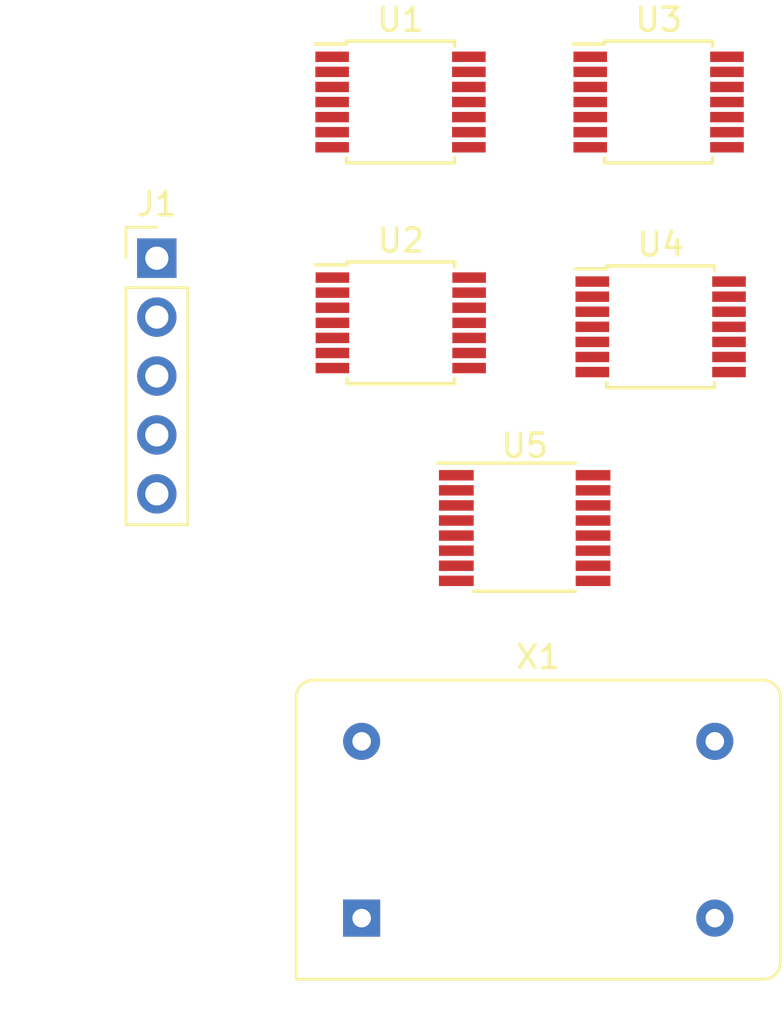
<source format=kicad_pcb>
(kicad_pcb (version 20171130) (host pcbnew "(5.1.4)-1")

  (general
    (thickness 1.6)
    (drawings 0)
    (tracks 0)
    (zones 0)
    (modules 7)
    (nets 27)
  )

  (page A4)
  (layers
    (0 F.Cu signal)
    (31 B.Cu signal)
    (32 B.Adhes user)
    (33 F.Adhes user)
    (34 B.Paste user)
    (35 F.Paste user)
    (36 B.SilkS user)
    (37 F.SilkS user)
    (38 B.Mask user)
    (39 F.Mask user)
    (40 Dwgs.User user)
    (41 Cmts.User user)
    (42 Eco1.User user)
    (43 Eco2.User user)
    (44 Edge.Cuts user)
    (45 Margin user)
    (46 B.CrtYd user)
    (47 F.CrtYd user)
    (48 B.Fab user)
    (49 F.Fab user)
  )

  (setup
    (last_trace_width 0.25)
    (trace_clearance 0.2)
    (zone_clearance 0.508)
    (zone_45_only no)
    (trace_min 0.2)
    (via_size 0.8)
    (via_drill 0.4)
    (via_min_size 0.4)
    (via_min_drill 0.3)
    (uvia_size 0.3)
    (uvia_drill 0.1)
    (uvias_allowed no)
    (uvia_min_size 0.2)
    (uvia_min_drill 0.1)
    (edge_width 0.05)
    (segment_width 0.2)
    (pcb_text_width 0.3)
    (pcb_text_size 1.5 1.5)
    (mod_edge_width 0.12)
    (mod_text_size 1 1)
    (mod_text_width 0.15)
    (pad_size 1.524 1.524)
    (pad_drill 0.762)
    (pad_to_mask_clearance 0.051)
    (solder_mask_min_width 0.25)
    (aux_axis_origin 0 0)
    (visible_elements 7FFFFFFF)
    (pcbplotparams
      (layerselection 0x010fc_ffffffff)
      (usegerberextensions false)
      (usegerberattributes false)
      (usegerberadvancedattributes false)
      (creategerberjobfile false)
      (excludeedgelayer true)
      (linewidth 0.100000)
      (plotframeref false)
      (viasonmask false)
      (mode 1)
      (useauxorigin false)
      (hpglpennumber 1)
      (hpglpenspeed 20)
      (hpglpendiameter 15.000000)
      (psnegative false)
      (psa4output false)
      (plotreference true)
      (plotvalue true)
      (plotinvisibletext false)
      (padsonsilk false)
      (subtractmaskfromsilk false)
      (outputformat 1)
      (mirror false)
      (drillshape 1)
      (scaleselection 1)
      (outputdirectory ""))
  )

  (net 0 "")
  (net 1 "Net-(U1-Pad2)")
  (net 2 "Net-(U1-Pad5)")
  (net 3 "Net-(U1-Pad6)")
  (net 4 "Net-(U1-Pad8)")
  (net 5 "Net-(U1-Pad9)")
  (net 6 "Net-(U2-Pad2)")
  (net 7 "Net-(U2-Pad3)")
  (net 8 "Net-(U2-Pad5)")
  (net 9 "Net-(U2-Pad10)")
  (net 10 "Net-(U2-Pad11)")
  (net 11 "Net-(U3-Pad8)")
  (net 12 "Net-(U3-Pad6)")
  (net 13 "Net-(U4-Pad11)")
  (net 14 "Net-(U4-Pad1)")
  (net 15 "Net-(U5-Pad11)")
  (net 16 "Net-(U5-Pad13)")
  (net 17 "Net-(U5-Pad14)")
  (net 18 "Net-(U5-Pad15)")
  (net 19 5V)
  (net 20 /CLOCK_48)
  (net 21 GND)
  (net 22 16Mhz)
  (net 23 6Mhz)
  (net 24 /!CLOCK_48)
  (net 25 !HSYNC)
  (net 26 "Net-(X1-Pad1)")

  (net_class Default "This is the default net class."
    (clearance 0.2)
    (trace_width 0.25)
    (via_dia 0.8)
    (via_drill 0.4)
    (uvia_dia 0.3)
    (uvia_drill 0.1)
    (add_net !HSYNC)
    (add_net /!CLOCK_48)
    (add_net /CLOCK_48)
    (add_net 16Mhz)
    (add_net 5V)
    (add_net 6Mhz)
    (add_net GND)
    (add_net "Net-(U1-Pad2)")
    (add_net "Net-(U1-Pad5)")
    (add_net "Net-(U1-Pad6)")
    (add_net "Net-(U1-Pad8)")
    (add_net "Net-(U1-Pad9)")
    (add_net "Net-(U2-Pad10)")
    (add_net "Net-(U2-Pad11)")
    (add_net "Net-(U2-Pad2)")
    (add_net "Net-(U2-Pad3)")
    (add_net "Net-(U2-Pad5)")
    (add_net "Net-(U3-Pad6)")
    (add_net "Net-(U3-Pad8)")
    (add_net "Net-(U4-Pad1)")
    (add_net "Net-(U4-Pad11)")
    (add_net "Net-(U5-Pad11)")
    (add_net "Net-(U5-Pad13)")
    (add_net "Net-(U5-Pad14)")
    (add_net "Net-(U5-Pad15)")
    (add_net "Net-(X1-Pad1)")
  )

  (module Package_SO:TSSOP-14_4.4x5mm_P0.65mm (layer F.Cu) (tedit 5A02F25C) (tstamp 627FF613)
    (at 65.4304 49.149)
    (descr "14-Lead Plastic Thin Shrink Small Outline (ST)-4.4 mm Body [TSSOP] (see Microchip Packaging Specification 00000049BS.pdf)")
    (tags "SSOP 0.65")
    (path /627FB23A)
    (attr smd)
    (fp_text reference U1 (at 0 -3.55) (layer F.SilkS)
      (effects (font (size 1 1) (thickness 0.15)))
    )
    (fp_text value 74HC74 (at 0 3.55) (layer F.Fab)
      (effects (font (size 1 1) (thickness 0.15)))
    )
    (fp_line (start -1.2 -2.5) (end 2.2 -2.5) (layer F.Fab) (width 0.15))
    (fp_line (start 2.2 -2.5) (end 2.2 2.5) (layer F.Fab) (width 0.15))
    (fp_line (start 2.2 2.5) (end -2.2 2.5) (layer F.Fab) (width 0.15))
    (fp_line (start -2.2 2.5) (end -2.2 -1.5) (layer F.Fab) (width 0.15))
    (fp_line (start -2.2 -1.5) (end -1.2 -2.5) (layer F.Fab) (width 0.15))
    (fp_line (start -3.95 -2.8) (end -3.95 2.8) (layer F.CrtYd) (width 0.05))
    (fp_line (start 3.95 -2.8) (end 3.95 2.8) (layer F.CrtYd) (width 0.05))
    (fp_line (start -3.95 -2.8) (end 3.95 -2.8) (layer F.CrtYd) (width 0.05))
    (fp_line (start -3.95 2.8) (end 3.95 2.8) (layer F.CrtYd) (width 0.05))
    (fp_line (start -2.325 -2.625) (end -2.325 -2.5) (layer F.SilkS) (width 0.15))
    (fp_line (start 2.325 -2.625) (end 2.325 -2.4) (layer F.SilkS) (width 0.15))
    (fp_line (start 2.325 2.625) (end 2.325 2.4) (layer F.SilkS) (width 0.15))
    (fp_line (start -2.325 2.625) (end -2.325 2.4) (layer F.SilkS) (width 0.15))
    (fp_line (start -2.325 -2.625) (end 2.325 -2.625) (layer F.SilkS) (width 0.15))
    (fp_line (start -2.325 2.625) (end 2.325 2.625) (layer F.SilkS) (width 0.15))
    (fp_line (start -2.325 -2.5) (end -3.675 -2.5) (layer F.SilkS) (width 0.15))
    (fp_text user %R (at 0 0) (layer F.Fab)
      (effects (font (size 0.8 0.8) (thickness 0.15)))
    )
    (pad 1 smd rect (at -2.95 -1.95) (size 1.45 0.45) (layers F.Cu F.Paste F.Mask)
      (net 19 5V))
    (pad 2 smd rect (at -2.95 -1.3) (size 1.45 0.45) (layers F.Cu F.Paste F.Mask)
      (net 1 "Net-(U1-Pad2)"))
    (pad 3 smd rect (at -2.95 -0.65) (size 1.45 0.45) (layers F.Cu F.Paste F.Mask)
      (net 20 /CLOCK_48))
    (pad 4 smd rect (at -2.95 0) (size 1.45 0.45) (layers F.Cu F.Paste F.Mask)
      (net 19 5V))
    (pad 5 smd rect (at -2.95 0.65) (size 1.45 0.45) (layers F.Cu F.Paste F.Mask)
      (net 2 "Net-(U1-Pad5)"))
    (pad 6 smd rect (at -2.95 1.3) (size 1.45 0.45) (layers F.Cu F.Paste F.Mask)
      (net 3 "Net-(U1-Pad6)"))
    (pad 7 smd rect (at -2.95 1.95) (size 1.45 0.45) (layers F.Cu F.Paste F.Mask)
      (net 21 GND))
    (pad 8 smd rect (at 2.95 1.95) (size 1.45 0.45) (layers F.Cu F.Paste F.Mask)
      (net 4 "Net-(U1-Pad8)"))
    (pad 9 smd rect (at 2.95 1.3) (size 1.45 0.45) (layers F.Cu F.Paste F.Mask)
      (net 5 "Net-(U1-Pad9)"))
    (pad 10 smd rect (at 2.95 0.65) (size 1.45 0.45) (layers F.Cu F.Paste F.Mask)
      (net 19 5V))
    (pad 11 smd rect (at 2.95 0) (size 1.45 0.45) (layers F.Cu F.Paste F.Mask)
      (net 19 5V))
    (pad 12 smd rect (at 2.95 -0.65) (size 1.45 0.45) (layers F.Cu F.Paste F.Mask)
      (net 19 5V))
    (pad 13 smd rect (at 2.95 -1.3) (size 1.45 0.45) (layers F.Cu F.Paste F.Mask)
      (net 19 5V))
    (pad 14 smd rect (at 2.95 -1.95) (size 1.45 0.45) (layers F.Cu F.Paste F.Mask)
      (net 19 5V))
    (model ${KISYS3DMOD}/Package_SO.3dshapes/TSSOP-14_4.4x5mm_P0.65mm.wrl
      (at (xyz 0 0 0))
      (scale (xyz 1 1 1))
      (rotate (xyz 0 0 0))
    )
  )

  (module Package_SO:TSSOP-14_4.4x5mm_P0.65mm (layer F.Cu) (tedit 5A02F25C) (tstamp 627FF659)
    (at 76.5683 49.149)
    (descr "14-Lead Plastic Thin Shrink Small Outline (ST)-4.4 mm Body [TSSOP] (see Microchip Packaging Specification 00000049BS.pdf)")
    (tags "SSOP 0.65")
    (path /627FD31C)
    (attr smd)
    (fp_text reference U3 (at 0 -3.55) (layer F.SilkS)
      (effects (font (size 1 1) (thickness 0.15)))
    )
    (fp_text value 74HC74 (at 0 3.55) (layer F.Fab)
      (effects (font (size 1 1) (thickness 0.15)))
    )
    (fp_text user %R (at 0 0) (layer F.Fab)
      (effects (font (size 0.8 0.8) (thickness 0.15)))
    )
    (fp_line (start -2.325 -2.5) (end -3.675 -2.5) (layer F.SilkS) (width 0.15))
    (fp_line (start -2.325 2.625) (end 2.325 2.625) (layer F.SilkS) (width 0.15))
    (fp_line (start -2.325 -2.625) (end 2.325 -2.625) (layer F.SilkS) (width 0.15))
    (fp_line (start -2.325 2.625) (end -2.325 2.4) (layer F.SilkS) (width 0.15))
    (fp_line (start 2.325 2.625) (end 2.325 2.4) (layer F.SilkS) (width 0.15))
    (fp_line (start 2.325 -2.625) (end 2.325 -2.4) (layer F.SilkS) (width 0.15))
    (fp_line (start -2.325 -2.625) (end -2.325 -2.5) (layer F.SilkS) (width 0.15))
    (fp_line (start -3.95 2.8) (end 3.95 2.8) (layer F.CrtYd) (width 0.05))
    (fp_line (start -3.95 -2.8) (end 3.95 -2.8) (layer F.CrtYd) (width 0.05))
    (fp_line (start 3.95 -2.8) (end 3.95 2.8) (layer F.CrtYd) (width 0.05))
    (fp_line (start -3.95 -2.8) (end -3.95 2.8) (layer F.CrtYd) (width 0.05))
    (fp_line (start -2.2 -1.5) (end -1.2 -2.5) (layer F.Fab) (width 0.15))
    (fp_line (start -2.2 2.5) (end -2.2 -1.5) (layer F.Fab) (width 0.15))
    (fp_line (start 2.2 2.5) (end -2.2 2.5) (layer F.Fab) (width 0.15))
    (fp_line (start 2.2 -2.5) (end 2.2 2.5) (layer F.Fab) (width 0.15))
    (fp_line (start -1.2 -2.5) (end 2.2 -2.5) (layer F.Fab) (width 0.15))
    (pad 14 smd rect (at 2.95 -1.95) (size 1.45 0.45) (layers F.Cu F.Paste F.Mask)
      (net 19 5V))
    (pad 13 smd rect (at 2.95 -1.3) (size 1.45 0.45) (layers F.Cu F.Paste F.Mask)
      (net 19 5V))
    (pad 12 smd rect (at 2.95 -0.65) (size 1.45 0.45) (layers F.Cu F.Paste F.Mask)
      (net 6 "Net-(U2-Pad2)"))
    (pad 11 smd rect (at 2.95 0) (size 1.45 0.45) (layers F.Cu F.Paste F.Mask)
      (net 24 /!CLOCK_48))
    (pad 10 smd rect (at 2.95 0.65) (size 1.45 0.45) (layers F.Cu F.Paste F.Mask)
      (net 19 5V))
    (pad 9 smd rect (at 2.95 1.3) (size 1.45 0.45) (layers F.Cu F.Paste F.Mask)
      (net 8 "Net-(U2-Pad5)"))
    (pad 8 smd rect (at 2.95 1.95) (size 1.45 0.45) (layers F.Cu F.Paste F.Mask)
      (net 11 "Net-(U3-Pad8)"))
    (pad 7 smd rect (at -2.95 1.95) (size 1.45 0.45) (layers F.Cu F.Paste F.Mask)
      (net 21 GND))
    (pad 6 smd rect (at -2.95 1.3) (size 1.45 0.45) (layers F.Cu F.Paste F.Mask)
      (net 12 "Net-(U3-Pad6)"))
    (pad 5 smd rect (at -2.95 0.65) (size 1.45 0.45) (layers F.Cu F.Paste F.Mask)
      (net 6 "Net-(U2-Pad2)"))
    (pad 4 smd rect (at -2.95 0) (size 1.45 0.45) (layers F.Cu F.Paste F.Mask)
      (net 19 5V))
    (pad 3 smd rect (at -2.95 -0.65) (size 1.45 0.45) (layers F.Cu F.Paste F.Mask)
      (net 20 /CLOCK_48))
    (pad 2 smd rect (at -2.95 -1.3) (size 1.45 0.45) (layers F.Cu F.Paste F.Mask)
      (net 2 "Net-(U1-Pad5)"))
    (pad 1 smd rect (at -2.95 -1.95) (size 1.45 0.45) (layers F.Cu F.Paste F.Mask)
      (net 19 5V))
    (model ${KISYS3DMOD}/Package_SO.3dshapes/TSSOP-14_4.4x5mm_P0.65mm.wrl
      (at (xyz 0 0 0))
      (scale (xyz 1 1 1))
      (rotate (xyz 0 0 0))
    )
  )

  (module Package_SO:TSSOP-14_4.4x5mm_P0.65mm (layer F.Cu) (tedit 5A02F25C) (tstamp 627FF67C)
    (at 76.6572 58.8391)
    (descr "14-Lead Plastic Thin Shrink Small Outline (ST)-4.4 mm Body [TSSOP] (see Microchip Packaging Specification 00000049BS.pdf)")
    (tags "SSOP 0.65")
    (path /62807F8F)
    (attr smd)
    (fp_text reference U4 (at 0 -3.55) (layer F.SilkS)
      (effects (font (size 1 1) (thickness 0.15)))
    )
    (fp_text value 74HC86 (at 0 3.55) (layer F.Fab)
      (effects (font (size 1 1) (thickness 0.15)))
    )
    (fp_text user %R (at 0 0) (layer F.Fab)
      (effects (font (size 0.8 0.8) (thickness 0.15)))
    )
    (fp_line (start -2.325 -2.5) (end -3.675 -2.5) (layer F.SilkS) (width 0.15))
    (fp_line (start -2.325 2.625) (end 2.325 2.625) (layer F.SilkS) (width 0.15))
    (fp_line (start -2.325 -2.625) (end 2.325 -2.625) (layer F.SilkS) (width 0.15))
    (fp_line (start -2.325 2.625) (end -2.325 2.4) (layer F.SilkS) (width 0.15))
    (fp_line (start 2.325 2.625) (end 2.325 2.4) (layer F.SilkS) (width 0.15))
    (fp_line (start 2.325 -2.625) (end 2.325 -2.4) (layer F.SilkS) (width 0.15))
    (fp_line (start -2.325 -2.625) (end -2.325 -2.5) (layer F.SilkS) (width 0.15))
    (fp_line (start -3.95 2.8) (end 3.95 2.8) (layer F.CrtYd) (width 0.05))
    (fp_line (start -3.95 -2.8) (end 3.95 -2.8) (layer F.CrtYd) (width 0.05))
    (fp_line (start 3.95 -2.8) (end 3.95 2.8) (layer F.CrtYd) (width 0.05))
    (fp_line (start -3.95 -2.8) (end -3.95 2.8) (layer F.CrtYd) (width 0.05))
    (fp_line (start -2.2 -1.5) (end -1.2 -2.5) (layer F.Fab) (width 0.15))
    (fp_line (start -2.2 2.5) (end -2.2 -1.5) (layer F.Fab) (width 0.15))
    (fp_line (start 2.2 2.5) (end -2.2 2.5) (layer F.Fab) (width 0.15))
    (fp_line (start 2.2 -2.5) (end 2.2 2.5) (layer F.Fab) (width 0.15))
    (fp_line (start -1.2 -2.5) (end 2.2 -2.5) (layer F.Fab) (width 0.15))
    (pad 14 smd rect (at 2.95 -1.95) (size 1.45 0.45) (layers F.Cu F.Paste F.Mask)
      (net 19 5V))
    (pad 13 smd rect (at 2.95 -1.3) (size 1.45 0.45) (layers F.Cu F.Paste F.Mask)
      (net 19 5V))
    (pad 12 smd rect (at 2.95 -0.65) (size 1.45 0.45) (layers F.Cu F.Paste F.Mask)
      (net 19 5V))
    (pad 11 smd rect (at 2.95 0) (size 1.45 0.45) (layers F.Cu F.Paste F.Mask)
      (net 13 "Net-(U4-Pad11)"))
    (pad 10 smd rect (at 2.95 0.65) (size 1.45 0.45) (layers F.Cu F.Paste F.Mask)
      (net 19 5V))
    (pad 9 smd rect (at 2.95 1.3) (size 1.45 0.45) (layers F.Cu F.Paste F.Mask)
      (net 7 "Net-(U2-Pad3)"))
    (pad 8 smd rect (at 2.95 1.95) (size 1.45 0.45) (layers F.Cu F.Paste F.Mask)
      (net 1 "Net-(U1-Pad2)"))
    (pad 7 smd rect (at -2.95 1.95) (size 1.45 0.45) (layers F.Cu F.Paste F.Mask)
      (net 21 GND))
    (pad 6 smd rect (at -2.95 1.3) (size 1.45 0.45) (layers F.Cu F.Paste F.Mask)
      (net 24 /!CLOCK_48))
    (pad 5 smd rect (at -2.95 0.65) (size 1.45 0.45) (layers F.Cu F.Paste F.Mask)
      (net 19 5V))
    (pad 4 smd rect (at -2.95 0) (size 1.45 0.45) (layers F.Cu F.Paste F.Mask)
      (net 14 "Net-(U4-Pad1)"))
    (pad 3 smd rect (at -2.95 -0.65) (size 1.45 0.45) (layers F.Cu F.Paste F.Mask)
      (net 20 /CLOCK_48))
    (pad 2 smd rect (at -2.95 -1.3) (size 1.45 0.45) (layers F.Cu F.Paste F.Mask)
      (net 21 GND))
    (pad 1 smd rect (at -2.95 -1.95) (size 1.45 0.45) (layers F.Cu F.Paste F.Mask)
      (net 14 "Net-(U4-Pad1)"))
    (model ${KISYS3DMOD}/Package_SO.3dshapes/TSSOP-14_4.4x5mm_P0.65mm.wrl
      (at (xyz 0 0 0))
      (scale (xyz 1 1 1))
      (rotate (xyz 0 0 0))
    )
  )

  (module Package_SO:TSSOP-16_4.4x5mm_P0.65mm (layer F.Cu) (tedit 5A02F25C) (tstamp 627FF69C)
    (at 70.7898 67.5132)
    (descr "16-Lead Plastic Thin Shrink Small Outline (ST)-4.4 mm Body [TSSOP] (see Microchip Packaging Specification 00000049BS.pdf)")
    (tags "SSOP 0.65")
    (path /628120EC)
    (attr smd)
    (fp_text reference U5 (at 0 -3.55) (layer F.SilkS)
      (effects (font (size 1 1) (thickness 0.15)))
    )
    (fp_text value 74HC163 (at 0 3.55) (layer F.Fab)
      (effects (font (size 1 1) (thickness 0.15)))
    )
    (fp_line (start -1.2 -2.5) (end 2.2 -2.5) (layer F.Fab) (width 0.15))
    (fp_line (start 2.2 -2.5) (end 2.2 2.5) (layer F.Fab) (width 0.15))
    (fp_line (start 2.2 2.5) (end -2.2 2.5) (layer F.Fab) (width 0.15))
    (fp_line (start -2.2 2.5) (end -2.2 -1.5) (layer F.Fab) (width 0.15))
    (fp_line (start -2.2 -1.5) (end -1.2 -2.5) (layer F.Fab) (width 0.15))
    (fp_line (start -3.95 -2.9) (end -3.95 2.8) (layer F.CrtYd) (width 0.05))
    (fp_line (start 3.95 -2.9) (end 3.95 2.8) (layer F.CrtYd) (width 0.05))
    (fp_line (start -3.95 -2.9) (end 3.95 -2.9) (layer F.CrtYd) (width 0.05))
    (fp_line (start -3.95 2.8) (end 3.95 2.8) (layer F.CrtYd) (width 0.05))
    (fp_line (start -2.2 2.725) (end 2.2 2.725) (layer F.SilkS) (width 0.15))
    (fp_line (start -3.775 -2.8) (end 2.2 -2.8) (layer F.SilkS) (width 0.15))
    (fp_text user %R (at 0 0) (layer F.Fab)
      (effects (font (size 0.8 0.8) (thickness 0.15)))
    )
    (pad 1 smd rect (at -2.95 -2.275) (size 1.5 0.45) (layers F.Cu F.Paste F.Mask)
      (net 25 !HSYNC))
    (pad 2 smd rect (at -2.95 -1.625) (size 1.5 0.45) (layers F.Cu F.Paste F.Mask)
      (net 20 /CLOCK_48))
    (pad 3 smd rect (at -2.95 -0.975) (size 1.5 0.45) (layers F.Cu F.Paste F.Mask)
      (net 19 5V))
    (pad 4 smd rect (at -2.95 -0.325) (size 1.5 0.45) (layers F.Cu F.Paste F.Mask)
      (net 19 5V))
    (pad 5 smd rect (at -2.95 0.325) (size 1.5 0.45) (layers F.Cu F.Paste F.Mask)
      (net 19 5V))
    (pad 6 smd rect (at -2.95 0.975) (size 1.5 0.45) (layers F.Cu F.Paste F.Mask)
      (net 19 5V))
    (pad 7 smd rect (at -2.95 1.625) (size 1.5 0.45) (layers F.Cu F.Paste F.Mask)
      (net 19 5V))
    (pad 8 smd rect (at -2.95 2.275) (size 1.5 0.45) (layers F.Cu F.Paste F.Mask)
      (net 21 GND))
    (pad 9 smd rect (at 2.95 2.275) (size 1.5 0.45) (layers F.Cu F.Paste F.Mask)
      (net 19 5V))
    (pad 10 smd rect (at 2.95 1.625) (size 1.5 0.45) (layers F.Cu F.Paste F.Mask)
      (net 19 5V))
    (pad 11 smd rect (at 2.95 0.975) (size 1.5 0.45) (layers F.Cu F.Paste F.Mask)
      (net 15 "Net-(U5-Pad11)"))
    (pad 12 smd rect (at 2.95 0.325) (size 1.5 0.45) (layers F.Cu F.Paste F.Mask)
      (net 9 "Net-(U2-Pad10)"))
    (pad 13 smd rect (at 2.95 -0.325) (size 1.5 0.45) (layers F.Cu F.Paste F.Mask)
      (net 16 "Net-(U5-Pad13)"))
    (pad 14 smd rect (at 2.95 -0.975) (size 1.5 0.45) (layers F.Cu F.Paste F.Mask)
      (net 17 "Net-(U5-Pad14)"))
    (pad 15 smd rect (at 2.95 -1.625) (size 1.5 0.45) (layers F.Cu F.Paste F.Mask)
      (net 18 "Net-(U5-Pad15)"))
    (pad 16 smd rect (at 2.95 -2.275) (size 1.5 0.45) (layers F.Cu F.Paste F.Mask)
      (net 19 5V))
    (model ${KISYS3DMOD}/Package_SO.3dshapes/TSSOP-16_4.4x5mm_P0.65mm.wrl
      (at (xyz 0 0 0))
      (scale (xyz 1 1 1))
      (rotate (xyz 0 0 0))
    )
  )

  (module Package_SO:TSSOP-14_4.4x5mm_P0.65mm (layer F.Cu) (tedit 5A02F25C) (tstamp 62804812)
    (at 65.442601 58.666901)
    (descr "14-Lead Plastic Thin Shrink Small Outline (ST)-4.4 mm Body [TSSOP] (see Microchip Packaging Specification 00000049BS.pdf)")
    (tags "SSOP 0.65")
    (path /62866C74)
    (attr smd)
    (fp_text reference U2 (at 0 -3.55) (layer F.SilkS)
      (effects (font (size 1 1) (thickness 0.15)))
    )
    (fp_text value 74HC32 (at 0 3.55) (layer F.Fab)
      (effects (font (size 1 1) (thickness 0.15)))
    )
    (fp_line (start -1.2 -2.5) (end 2.2 -2.5) (layer F.Fab) (width 0.15))
    (fp_line (start 2.2 -2.5) (end 2.2 2.5) (layer F.Fab) (width 0.15))
    (fp_line (start 2.2 2.5) (end -2.2 2.5) (layer F.Fab) (width 0.15))
    (fp_line (start -2.2 2.5) (end -2.2 -1.5) (layer F.Fab) (width 0.15))
    (fp_line (start -2.2 -1.5) (end -1.2 -2.5) (layer F.Fab) (width 0.15))
    (fp_line (start -3.95 -2.8) (end -3.95 2.8) (layer F.CrtYd) (width 0.05))
    (fp_line (start 3.95 -2.8) (end 3.95 2.8) (layer F.CrtYd) (width 0.05))
    (fp_line (start -3.95 -2.8) (end 3.95 -2.8) (layer F.CrtYd) (width 0.05))
    (fp_line (start -3.95 2.8) (end 3.95 2.8) (layer F.CrtYd) (width 0.05))
    (fp_line (start -2.325 -2.625) (end -2.325 -2.5) (layer F.SilkS) (width 0.15))
    (fp_line (start 2.325 -2.625) (end 2.325 -2.4) (layer F.SilkS) (width 0.15))
    (fp_line (start 2.325 2.625) (end 2.325 2.4) (layer F.SilkS) (width 0.15))
    (fp_line (start -2.325 2.625) (end -2.325 2.4) (layer F.SilkS) (width 0.15))
    (fp_line (start -2.325 -2.625) (end 2.325 -2.625) (layer F.SilkS) (width 0.15))
    (fp_line (start -2.325 2.625) (end 2.325 2.625) (layer F.SilkS) (width 0.15))
    (fp_line (start -2.325 -2.5) (end -3.675 -2.5) (layer F.SilkS) (width 0.15))
    (fp_text user %R (at 0 0) (layer F.Fab)
      (effects (font (size 0.8 0.8) (thickness 0.15)))
    )
    (pad 1 smd rect (at -2.95 -1.95) (size 1.45 0.45) (layers F.Cu F.Paste F.Mask)
      (net 2 "Net-(U1-Pad5)"))
    (pad 2 smd rect (at -2.95 -1.3) (size 1.45 0.45) (layers F.Cu F.Paste F.Mask)
      (net 6 "Net-(U2-Pad2)"))
    (pad 3 smd rect (at -2.95 -0.65) (size 1.45 0.45) (layers F.Cu F.Paste F.Mask)
      (net 7 "Net-(U2-Pad3)"))
    (pad 4 smd rect (at -2.95 0) (size 1.45 0.45) (layers F.Cu F.Paste F.Mask)
      (net 6 "Net-(U2-Pad2)"))
    (pad 5 smd rect (at -2.95 0.65) (size 1.45 0.45) (layers F.Cu F.Paste F.Mask)
      (net 8 "Net-(U2-Pad5)"))
    (pad 6 smd rect (at -2.95 1.3) (size 1.45 0.45) (layers F.Cu F.Paste F.Mask)
      (net 22 16Mhz))
    (pad 7 smd rect (at -2.95 1.95) (size 1.45 0.45) (layers F.Cu F.Paste F.Mask)
      (net 21 GND))
    (pad 8 smd rect (at 2.95 1.95) (size 1.45 0.45) (layers F.Cu F.Paste F.Mask)
      (net 23 6Mhz))
    (pad 9 smd rect (at 2.95 1.3) (size 1.45 0.45) (layers F.Cu F.Paste F.Mask)
      (net 9 "Net-(U2-Pad10)"))
    (pad 10 smd rect (at 2.95 0.65) (size 1.45 0.45) (layers F.Cu F.Paste F.Mask)
      (net 9 "Net-(U2-Pad10)"))
    (pad 11 smd rect (at 2.95 0) (size 1.45 0.45) (layers F.Cu F.Paste F.Mask)
      (net 10 "Net-(U2-Pad11)"))
    (pad 12 smd rect (at 2.95 -0.65) (size 1.45 0.45) (layers F.Cu F.Paste F.Mask)
      (net 19 5V))
    (pad 13 smd rect (at 2.95 -1.3) (size 1.45 0.45) (layers F.Cu F.Paste F.Mask)
      (net 19 5V))
    (pad 14 smd rect (at 2.95 -1.95) (size 1.45 0.45) (layers F.Cu F.Paste F.Mask)
      (net 19 5V))
    (model ${KISYS3DMOD}/Package_SO.3dshapes/TSSOP-14_4.4x5mm_P0.65mm.wrl
      (at (xyz 0 0 0))
      (scale (xyz 1 1 1))
      (rotate (xyz 0 0 0))
    )
  )

  (module Oscillator:Oscillator_DIP-14 (layer F.Cu) (tedit 58CD3344) (tstamp 62804834)
    (at 63.754 84.328)
    (descr "Oscillator, DIP14, http://cdn-reichelt.de/documents/datenblatt/B400/OSZI.pdf")
    (tags oscillator)
    (path /6291F8B9)
    (fp_text reference X1 (at 7.62 -11.26) (layer F.SilkS)
      (effects (font (size 1 1) (thickness 0.15)))
    )
    (fp_text value ACO-48MHz (at 7.62 3.74) (layer F.Fab)
      (effects (font (size 1 1) (thickness 0.15)))
    )
    (fp_text user %R (at 7.62 -3.81) (layer F.Fab)
      (effects (font (size 1 1) (thickness 0.15)))
    )
    (fp_line (start 18.22 2.79) (end 18.22 -10.41) (layer F.CrtYd) (width 0.05))
    (fp_line (start 18.22 -10.41) (end -2.98 -10.41) (layer F.CrtYd) (width 0.05))
    (fp_line (start -2.98 -10.41) (end -2.98 2.79) (layer F.CrtYd) (width 0.05))
    (fp_line (start -2.98 2.79) (end 18.22 2.79) (layer F.CrtYd) (width 0.05))
    (fp_line (start 16.97 1.19) (end 16.97 -8.81) (layer F.Fab) (width 0.1))
    (fp_line (start -1.38 -9.16) (end 16.62 -9.16) (layer F.Fab) (width 0.1))
    (fp_line (start -1.73 1.54) (end -1.73 -8.81) (layer F.Fab) (width 0.1))
    (fp_line (start -1.73 1.54) (end 16.62 1.54) (layer F.Fab) (width 0.1))
    (fp_line (start -2.83 -9.51) (end -2.83 2.64) (layer F.SilkS) (width 0.12))
    (fp_line (start 17.32 -10.26) (end -2.08 -10.26) (layer F.SilkS) (width 0.12))
    (fp_line (start 18.07 1.89) (end 18.07 -9.51) (layer F.SilkS) (width 0.12))
    (fp_line (start -2.83 2.64) (end 17.32 2.64) (layer F.SilkS) (width 0.12))
    (fp_line (start -2.73 2.54) (end 17.32 2.54) (layer F.Fab) (width 0.1))
    (fp_line (start 17.97 -9.51) (end 17.97 1.89) (layer F.Fab) (width 0.1))
    (fp_line (start -2.08 -10.16) (end 17.32 -10.16) (layer F.Fab) (width 0.1))
    (fp_line (start -2.73 2.54) (end -2.73 -9.51) (layer F.Fab) (width 0.1))
    (fp_arc (start 16.62 1.19) (end 16.97 1.19) (angle 90) (layer F.Fab) (width 0.1))
    (fp_arc (start 16.62 -8.81) (end 16.62 -9.16) (angle 90) (layer F.Fab) (width 0.1))
    (fp_arc (start -1.38 -8.81) (end -1.73 -8.81) (angle 90) (layer F.Fab) (width 0.1))
    (fp_arc (start 17.32 1.89) (end 18.07 1.89) (angle 90) (layer F.SilkS) (width 0.12))
    (fp_arc (start 17.32 -9.51) (end 17.32 -10.26) (angle 90) (layer F.SilkS) (width 0.12))
    (fp_arc (start -2.08 -9.51) (end -2.83 -9.51) (angle 90) (layer F.SilkS) (width 0.12))
    (fp_arc (start 17.32 1.89) (end 17.97 1.89) (angle 90) (layer F.Fab) (width 0.1))
    (fp_arc (start 17.32 -9.51) (end 17.32 -10.16) (angle 90) (layer F.Fab) (width 0.1))
    (fp_arc (start -2.08 -9.51) (end -2.73 -9.51) (angle 90) (layer F.Fab) (width 0.1))
    (pad 1 thru_hole rect (at 0 0) (size 1.6 1.6) (drill 0.8) (layers *.Cu *.Mask)
      (net 26 "Net-(X1-Pad1)"))
    (pad 14 thru_hole circle (at 0 -7.62) (size 1.6 1.6) (drill 0.8) (layers *.Cu *.Mask)
      (net 19 5V))
    (pad 8 thru_hole circle (at 15.24 -7.62) (size 1.6 1.6) (drill 0.8) (layers *.Cu *.Mask)
      (net 14 "Net-(U4-Pad1)"))
    (pad 7 thru_hole circle (at 15.24 0) (size 1.6 1.6) (drill 0.8) (layers *.Cu *.Mask)
      (net 21 GND))
    (model ${KISYS3DMOD}/Oscillator.3dshapes/Oscillator_DIP-14.wrl
      (at (xyz 0 0 0))
      (scale (xyz 1 1 1))
      (rotate (xyz 0 0 0))
    )
  )

  (module Connector_PinHeader_2.54mm:PinHeader_1x05_P2.54mm_Vertical (layer F.Cu) (tedit 59FED5CC) (tstamp 62804988)
    (at 54.9148 55.88)
    (descr "Through hole straight pin header, 1x05, 2.54mm pitch, single row")
    (tags "Through hole pin header THT 1x05 2.54mm single row")
    (path /62900BBF)
    (fp_text reference J1 (at 0 -2.33) (layer F.SilkS)
      (effects (font (size 1 1) (thickness 0.15)))
    )
    (fp_text value Conn_01x05_Male (at 0 12.49) (layer F.Fab)
      (effects (font (size 1 1) (thickness 0.15)))
    )
    (fp_line (start -0.635 -1.27) (end 1.27 -1.27) (layer F.Fab) (width 0.1))
    (fp_line (start 1.27 -1.27) (end 1.27 11.43) (layer F.Fab) (width 0.1))
    (fp_line (start 1.27 11.43) (end -1.27 11.43) (layer F.Fab) (width 0.1))
    (fp_line (start -1.27 11.43) (end -1.27 -0.635) (layer F.Fab) (width 0.1))
    (fp_line (start -1.27 -0.635) (end -0.635 -1.27) (layer F.Fab) (width 0.1))
    (fp_line (start -1.33 11.49) (end 1.33 11.49) (layer F.SilkS) (width 0.12))
    (fp_line (start -1.33 1.27) (end -1.33 11.49) (layer F.SilkS) (width 0.12))
    (fp_line (start 1.33 1.27) (end 1.33 11.49) (layer F.SilkS) (width 0.12))
    (fp_line (start -1.33 1.27) (end 1.33 1.27) (layer F.SilkS) (width 0.12))
    (fp_line (start -1.33 0) (end -1.33 -1.33) (layer F.SilkS) (width 0.12))
    (fp_line (start -1.33 -1.33) (end 0 -1.33) (layer F.SilkS) (width 0.12))
    (fp_line (start -1.8 -1.8) (end -1.8 11.95) (layer F.CrtYd) (width 0.05))
    (fp_line (start -1.8 11.95) (end 1.8 11.95) (layer F.CrtYd) (width 0.05))
    (fp_line (start 1.8 11.95) (end 1.8 -1.8) (layer F.CrtYd) (width 0.05))
    (fp_line (start 1.8 -1.8) (end -1.8 -1.8) (layer F.CrtYd) (width 0.05))
    (fp_text user %R (at 0 5.08 90) (layer F.Fab)
      (effects (font (size 1 1) (thickness 0.15)))
    )
    (pad 1 thru_hole rect (at 0 0) (size 1.7 1.7) (drill 1) (layers *.Cu *.Mask)
      (net 19 5V))
    (pad 2 thru_hole oval (at 0 2.54) (size 1.7 1.7) (drill 1) (layers *.Cu *.Mask)
      (net 25 !HSYNC))
    (pad 3 thru_hole oval (at 0 5.08) (size 1.7 1.7) (drill 1) (layers *.Cu *.Mask)
      (net 22 16Mhz))
    (pad 4 thru_hole oval (at 0 7.62) (size 1.7 1.7) (drill 1) (layers *.Cu *.Mask)
      (net 23 6Mhz))
    (pad 5 thru_hole oval (at 0 10.16) (size 1.7 1.7) (drill 1) (layers *.Cu *.Mask)
      (net 21 GND))
    (model ${KISYS3DMOD}/Connector_PinHeader_2.54mm.3dshapes/PinHeader_1x05_P2.54mm_Vertical.wrl
      (at (xyz 0 0 0))
      (scale (xyz 1 1 1))
      (rotate (xyz 0 0 0))
    )
  )

)

</source>
